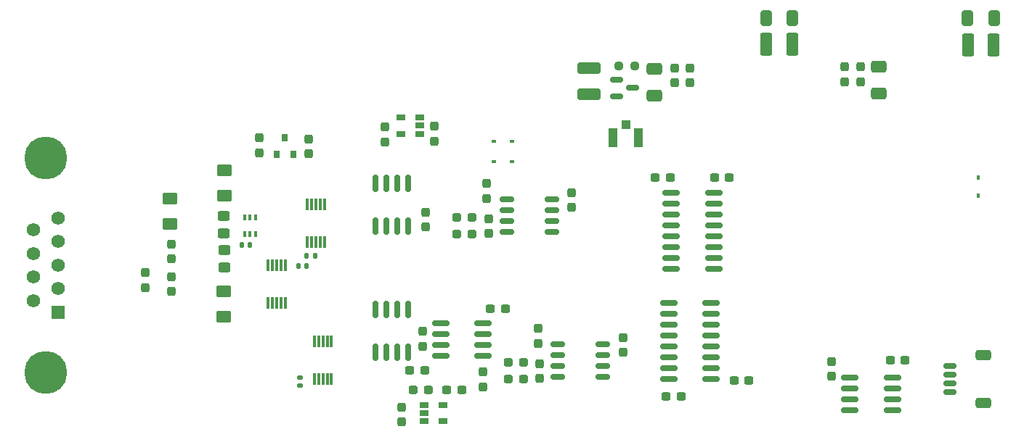
<source format=gbr>
%TF.GenerationSoftware,KiCad,Pcbnew,(6.0.4-0)*%
%TF.CreationDate,2022-07-06T09:33:38-06:00*%
%TF.ProjectId,sq_lockin_v5,73715f6c-6f63-46b6-996e-5f76352e6b69,rev?*%
%TF.SameCoordinates,Original*%
%TF.FileFunction,Paste,Top*%
%TF.FilePolarity,Positive*%
%FSLAX46Y46*%
G04 Gerber Fmt 4.6, Leading zero omitted, Abs format (unit mm)*
G04 Created by KiCad (PCBNEW (6.0.4-0)) date 2022-07-06 09:33:38*
%MOMM*%
%LPD*%
G01*
G04 APERTURE LIST*
G04 Aperture macros list*
%AMRoundRect*
0 Rectangle with rounded corners*
0 $1 Rounding radius*
0 $2 $3 $4 $5 $6 $7 $8 $9 X,Y pos of 4 corners*
0 Add a 4 corners polygon primitive as box body*
4,1,4,$2,$3,$4,$5,$6,$7,$8,$9,$2,$3,0*
0 Add four circle primitives for the rounded corners*
1,1,$1+$1,$2,$3*
1,1,$1+$1,$4,$5*
1,1,$1+$1,$6,$7*
1,1,$1+$1,$8,$9*
0 Add four rect primitives between the rounded corners*
20,1,$1+$1,$2,$3,$4,$5,0*
20,1,$1+$1,$4,$5,$6,$7,0*
20,1,$1+$1,$6,$7,$8,$9,0*
20,1,$1+$1,$8,$9,$2,$3,0*%
G04 Aperture macros list end*
%ADD10RoundRect,0.250001X0.624999X-0.462499X0.624999X0.462499X-0.624999X0.462499X-0.624999X-0.462499X0*%
%ADD11RoundRect,0.250000X-0.450000X0.325000X-0.450000X-0.325000X0.450000X-0.325000X0.450000X0.325000X0*%
%ADD12RoundRect,0.237500X-0.237500X0.287500X-0.237500X-0.287500X0.237500X-0.287500X0.237500X0.287500X0*%
%ADD13RoundRect,0.237500X0.237500X-0.287500X0.237500X0.287500X-0.237500X0.287500X-0.237500X-0.287500X0*%
%ADD14R,1.060000X0.650000*%
%ADD15C,5.000000*%
%ADD16R,1.575000X1.575000*%
%ADD17C,1.575000*%
%ADD18R,0.800000X0.900000*%
%ADD19RoundRect,0.237500X0.287500X0.237500X-0.287500X0.237500X-0.287500X-0.237500X0.287500X-0.237500X0*%
%ADD20RoundRect,0.237500X0.237500X-0.300000X0.237500X0.300000X-0.237500X0.300000X-0.237500X-0.300000X0*%
%ADD21RoundRect,0.237500X-0.237500X0.300000X-0.237500X-0.300000X0.237500X-0.300000X0.237500X0.300000X0*%
%ADD22RoundRect,0.150000X-0.675000X-0.150000X0.675000X-0.150000X0.675000X0.150000X-0.675000X0.150000X0*%
%ADD23RoundRect,0.237500X-0.300000X-0.237500X0.300000X-0.237500X0.300000X0.237500X-0.300000X0.237500X0*%
%ADD24RoundRect,0.237500X0.300000X0.237500X-0.300000X0.237500X-0.300000X-0.237500X0.300000X-0.237500X0*%
%ADD25RoundRect,0.150000X-0.825000X-0.150000X0.825000X-0.150000X0.825000X0.150000X-0.825000X0.150000X0*%
%ADD26R,0.600000X0.450000*%
%ADD27RoundRect,0.150000X-0.150000X0.825000X-0.150000X-0.825000X0.150000X-0.825000X0.150000X0.825000X0*%
%ADD28RoundRect,0.250001X-0.462499X-1.074999X0.462499X-1.074999X0.462499X1.074999X-0.462499X1.074999X0*%
%ADD29RoundRect,0.250000X0.650000X-0.412500X0.650000X0.412500X-0.650000X0.412500X-0.650000X-0.412500X0*%
%ADD30RoundRect,0.150000X0.625000X-0.150000X0.625000X0.150000X-0.625000X0.150000X-0.625000X-0.150000X0*%
%ADD31RoundRect,0.250000X0.650000X-0.350000X0.650000X0.350000X-0.650000X0.350000X-0.650000X-0.350000X0*%
%ADD32RoundRect,0.140000X0.170000X-0.140000X0.170000X0.140000X-0.170000X0.140000X-0.170000X-0.140000X0*%
%ADD33RoundRect,0.140000X0.140000X0.170000X-0.140000X0.170000X-0.140000X-0.170000X0.140000X-0.170000X0*%
%ADD34R,1.000000X1.050000*%
%ADD35R,1.050000X2.200000*%
%ADD36R,0.300000X1.400000*%
%ADD37R,0.400000X0.650000*%
%ADD38RoundRect,0.150000X-0.587500X-0.150000X0.587500X-0.150000X0.587500X0.150000X-0.587500X0.150000X0*%
%ADD39RoundRect,0.140000X-0.140000X-0.170000X0.140000X-0.170000X0.140000X0.170000X-0.140000X0.170000X0*%
%ADD40RoundRect,0.150000X0.825000X0.150000X-0.825000X0.150000X-0.825000X-0.150000X0.825000X-0.150000X0*%
%ADD41RoundRect,0.250000X0.412500X0.650000X-0.412500X0.650000X-0.412500X-0.650000X0.412500X-0.650000X0*%
%ADD42RoundRect,0.237500X0.250000X0.237500X-0.250000X0.237500X-0.250000X-0.237500X0.250000X-0.237500X0*%
%ADD43RoundRect,0.250000X-1.100000X0.412500X-1.100000X-0.412500X1.100000X-0.412500X1.100000X0.412500X0*%
%ADD44R,0.450000X0.600000*%
G04 APERTURE END LIST*
D10*
%TO.C,R1*%
X137200000Y-79300000D03*
X137200000Y-76325000D03*
%TD*%
%TO.C,R5*%
X130900000Y-82600000D03*
X130900000Y-79625000D03*
%TD*%
%TO.C,R4*%
X137100000Y-93400000D03*
X137100000Y-90425000D03*
%TD*%
D11*
%TO.C,R2*%
X137175000Y-81675000D03*
X137175000Y-83725000D03*
%TD*%
D12*
%TO.C,R6*%
X131000000Y-88750000D03*
X131000000Y-90500000D03*
%TD*%
D13*
%TO.C,C2*%
X161700000Y-72900000D03*
X161700000Y-71150000D03*
%TD*%
%TO.C,C3*%
X155900000Y-73000000D03*
X155900000Y-71250000D03*
%TD*%
D14*
%TO.C,U2*%
X160000000Y-72050000D03*
X160000000Y-71100000D03*
X160000000Y-70150000D03*
X157800000Y-70150000D03*
X157800000Y-72050000D03*
%TD*%
D13*
%TO.C,R7*%
X131000000Y-86675000D03*
X131000000Y-84925000D03*
%TD*%
D11*
%TO.C,R3*%
X137200000Y-85650000D03*
X137200000Y-87700000D03*
%TD*%
D13*
%TO.C,C4*%
X141300000Y-74300000D03*
X141300000Y-72550000D03*
%TD*%
%TO.C,C6*%
X147000000Y-74400000D03*
X147000000Y-72650000D03*
%TD*%
D15*
%TO.C,J2*%
X116400000Y-74900000D03*
X116400000Y-99900000D03*
D16*
X117820000Y-92920000D03*
D17*
X117820000Y-90160000D03*
X117820000Y-87400000D03*
X117820000Y-84640000D03*
X117820000Y-81880000D03*
X114980000Y-91540000D03*
X114980000Y-88780000D03*
X114980000Y-86020000D03*
X114980000Y-83260000D03*
%TD*%
D12*
%TO.C,R8*%
X128000000Y-88250000D03*
X128000000Y-90000000D03*
%TD*%
D18*
%TO.C,U3*%
X143320000Y-74475000D03*
X145220000Y-74475000D03*
X144270000Y-72475000D03*
%TD*%
D19*
%TO.C,R14*%
X166100000Y-83760000D03*
X164350000Y-83760000D03*
%TD*%
D20*
%TO.C,C19*%
X168000000Y-83697500D03*
X168000000Y-81972500D03*
%TD*%
%TO.C,C20*%
X167800000Y-79597500D03*
X167800000Y-77872500D03*
%TD*%
D21*
%TO.C,C21*%
X177700000Y-78922500D03*
X177700000Y-80647500D03*
%TD*%
D19*
%TO.C,R13*%
X166100000Y-81860000D03*
X164350000Y-81860000D03*
%TD*%
D22*
%TO.C,U15*%
X170125000Y-79675000D03*
X170125000Y-80945000D03*
X170125000Y-82215000D03*
X170125000Y-83485000D03*
X175375000Y-83485000D03*
X175375000Y-82215000D03*
X175375000Y-80945000D03*
X175375000Y-79675000D03*
%TD*%
D20*
%TO.C,C23*%
X173775000Y-96527500D03*
X173775000Y-94802500D03*
%TD*%
%TO.C,C22*%
X173975000Y-100627500D03*
X173975000Y-98902500D03*
%TD*%
D19*
%TO.C,R16*%
X172075000Y-100690000D03*
X170325000Y-100690000D03*
%TD*%
%TO.C,R15*%
X172075000Y-98790000D03*
X170325000Y-98790000D03*
%TD*%
D21*
%TO.C,C24*%
X183675000Y-95852500D03*
X183675000Y-97577500D03*
%TD*%
D22*
%TO.C,U16*%
X176100000Y-96605000D03*
X176100000Y-97875000D03*
X176100000Y-99145000D03*
X176100000Y-100415000D03*
X181350000Y-100415000D03*
X181350000Y-99145000D03*
X181350000Y-97875000D03*
X181350000Y-96605000D03*
%TD*%
D23*
%TO.C,C16*%
X158837500Y-99660000D03*
X160562500Y-99660000D03*
%TD*%
D24*
%TO.C,C17*%
X169962500Y-92500000D03*
X168237500Y-92500000D03*
%TD*%
D12*
%TO.C,R9*%
X160300000Y-95125000D03*
X160300000Y-96875000D03*
%TD*%
D13*
%TO.C,R10*%
X167400000Y-101635000D03*
X167400000Y-99885000D03*
%TD*%
D19*
%TO.C,R11*%
X160975000Y-101960000D03*
X159225000Y-101960000D03*
%TD*%
D12*
%TO.C,R12*%
X157900000Y-103985000D03*
X157900000Y-105735000D03*
%TD*%
D25*
%TO.C,U13*%
X162425000Y-94155000D03*
X162425000Y-95425000D03*
X162425000Y-96695000D03*
X162425000Y-97965000D03*
X167375000Y-97965000D03*
X167375000Y-96695000D03*
X167375000Y-95425000D03*
X167375000Y-94155000D03*
%TD*%
D23*
%TO.C,C18*%
X163162500Y-101960000D03*
X164887500Y-101960000D03*
%TD*%
D26*
%TO.C,D1*%
X168650000Y-75300000D03*
X170750000Y-75300000D03*
%TD*%
%TO.C,D2*%
X168650000Y-72900000D03*
X170750000Y-72900000D03*
%TD*%
D27*
%TO.C,U11*%
X158605000Y-77885000D03*
X157335000Y-77885000D03*
X156065000Y-77885000D03*
X154795000Y-77885000D03*
X154795000Y-82835000D03*
X156065000Y-82835000D03*
X157335000Y-82835000D03*
X158605000Y-82835000D03*
%TD*%
D20*
%TO.C,C15*%
X160700000Y-82922500D03*
X160700000Y-81197500D03*
%TD*%
D27*
%TO.C,U12*%
X158605000Y-92585000D03*
X157335000Y-92585000D03*
X156065000Y-92585000D03*
X154795000Y-92585000D03*
X154795000Y-97535000D03*
X156065000Y-97535000D03*
X157335000Y-97535000D03*
X158605000Y-97535000D03*
%TD*%
D14*
%TO.C,U14*%
X160500000Y-103710000D03*
X160500000Y-104660000D03*
X160500000Y-105610000D03*
X162700000Y-105610000D03*
X162700000Y-103710000D03*
%TD*%
D28*
%TO.C,L1*%
X200412500Y-61600000D03*
X203387500Y-61600000D03*
%TD*%
D29*
%TO.C,C28*%
X213500000Y-67362500D03*
X213500000Y-64237500D03*
%TD*%
D30*
%TO.C,J12*%
X221800000Y-102200000D03*
X221800000Y-101200000D03*
X221800000Y-100200000D03*
X221800000Y-99200000D03*
D31*
X225675000Y-97900000D03*
X225675000Y-103500000D03*
%TD*%
D32*
%TO.C,C14*%
X146000000Y-101480000D03*
X146000000Y-100520000D03*
%TD*%
D23*
%TO.C,C10*%
X187437500Y-77200000D03*
X189162500Y-77200000D03*
%TD*%
D33*
%TO.C,C1*%
X140180000Y-85000000D03*
X139220000Y-85000000D03*
%TD*%
D23*
%TO.C,C11*%
X194337500Y-77200000D03*
X196062500Y-77200000D03*
%TD*%
D34*
%TO.C,J13*%
X184000000Y-70950000D03*
D35*
X182525000Y-72475000D03*
X185475000Y-72475000D03*
%TD*%
D36*
%TO.C,U8*%
X144300000Y-87400000D03*
X143800000Y-87400000D03*
X143300000Y-87400000D03*
X142800000Y-87400000D03*
X142300000Y-87400000D03*
X142300000Y-91800000D03*
X142800000Y-91800000D03*
X143300000Y-91800000D03*
X143800000Y-91800000D03*
X144300000Y-91800000D03*
%TD*%
D37*
%TO.C,U1*%
X140850000Y-81850000D03*
X140200000Y-81850000D03*
X139550000Y-81850000D03*
X139550000Y-83750000D03*
X140200000Y-83750000D03*
X140850000Y-83750000D03*
%TD*%
D25*
%TO.C,U6*%
X210125000Y-100565000D03*
X210125000Y-101835000D03*
X210125000Y-103105000D03*
X210125000Y-104375000D03*
X215075000Y-104375000D03*
X215075000Y-103105000D03*
X215075000Y-101835000D03*
X215075000Y-100565000D03*
%TD*%
D23*
%TO.C,C5*%
X188737500Y-102700000D03*
X190462500Y-102700000D03*
%TD*%
D38*
%TO.C,Q1*%
X182965000Y-65757500D03*
X182965000Y-67657500D03*
X184840000Y-66707500D03*
%TD*%
D39*
%TO.C,C12*%
X145820000Y-87500000D03*
X146780000Y-87500000D03*
%TD*%
D40*
%TO.C,U4*%
X193975000Y-100745000D03*
X193975000Y-99475000D03*
X193975000Y-98205000D03*
X193975000Y-96935000D03*
X193975000Y-95665000D03*
X193975000Y-94395000D03*
X193975000Y-93125000D03*
X193975000Y-91855000D03*
X189025000Y-91855000D03*
X189025000Y-93125000D03*
X189025000Y-94395000D03*
X189025000Y-95665000D03*
X189025000Y-96935000D03*
X189025000Y-98205000D03*
X189025000Y-99475000D03*
X189025000Y-100745000D03*
%TD*%
D23*
%TO.C,C7*%
X196637500Y-100900000D03*
X198362500Y-100900000D03*
%TD*%
D39*
%TO.C,C13*%
X146820000Y-86300000D03*
X147780000Y-86300000D03*
%TD*%
D21*
%TO.C,C32*%
X209500000Y-64237500D03*
X209500000Y-65962500D03*
%TD*%
D41*
%TO.C,C25*%
X203462500Y-58500000D03*
X200337500Y-58500000D03*
%TD*%
D42*
%TO.C,R17*%
X185015000Y-64107500D03*
X183190000Y-64107500D03*
%TD*%
D43*
%TO.C,C33*%
X179702500Y-64345000D03*
X179702500Y-67470000D03*
%TD*%
D21*
%TO.C,C29*%
X189702500Y-64345000D03*
X189702500Y-66070000D03*
%TD*%
D36*
%TO.C,U9*%
X146900000Y-84700000D03*
X147400000Y-84700000D03*
X147900000Y-84700000D03*
X148400000Y-84700000D03*
X148900000Y-84700000D03*
X148900000Y-80300000D03*
X148400000Y-80300000D03*
X147900000Y-80300000D03*
X147400000Y-80300000D03*
X146900000Y-80300000D03*
%TD*%
D20*
%TO.C,C8*%
X208000000Y-100362500D03*
X208000000Y-98637500D03*
%TD*%
D21*
%TO.C,C31*%
X191502500Y-64345000D03*
X191502500Y-66070000D03*
%TD*%
D41*
%TO.C,C26*%
X226962500Y-58500000D03*
X223837500Y-58500000D03*
%TD*%
D44*
%TO.C,D3*%
X225100000Y-79250000D03*
X225100000Y-77150000D03*
%TD*%
D36*
%TO.C,U10*%
X147700000Y-100700000D03*
X148200000Y-100700000D03*
X148700000Y-100700000D03*
X149200000Y-100700000D03*
X149700000Y-100700000D03*
X149700000Y-96300000D03*
X149200000Y-96300000D03*
X148700000Y-96300000D03*
X148200000Y-96300000D03*
X147700000Y-96300000D03*
%TD*%
D28*
%TO.C,L2*%
X223912500Y-61700000D03*
X226887500Y-61700000D03*
%TD*%
D29*
%TO.C,C27*%
X187352500Y-67570000D03*
X187352500Y-64445000D03*
%TD*%
D25*
%TO.C,U7*%
X189325000Y-78915000D03*
X189325000Y-80185000D03*
X189325000Y-81455000D03*
X189325000Y-82725000D03*
X189325000Y-83995000D03*
X189325000Y-85265000D03*
X189325000Y-86535000D03*
X189325000Y-87805000D03*
X194275000Y-87805000D03*
X194275000Y-86535000D03*
X194275000Y-85265000D03*
X194275000Y-83995000D03*
X194275000Y-82725000D03*
X194275000Y-81455000D03*
X194275000Y-80185000D03*
X194275000Y-78915000D03*
%TD*%
D21*
%TO.C,C30*%
X211400000Y-64237500D03*
X211400000Y-65962500D03*
%TD*%
D23*
%TO.C,C9*%
X214837500Y-98500000D03*
X216562500Y-98500000D03*
%TD*%
M02*

</source>
